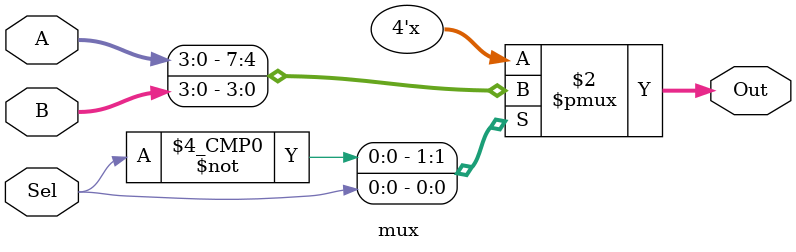
<source format=v>
module mux #(parameter WIDTH = 4)(
    input  wire [WIDTH-1:0] A,
    input  wire [WIDTH-1:0] B,
    input  wire Sel,
    output reg  [WIDTH-1:0] Out
);

    always @(*) begin
        case (Sel)
            1'b0 : Out = A;
            1'b1 : Out = B;
            default: Out = A;
        endcase
    end

endmodule

</source>
